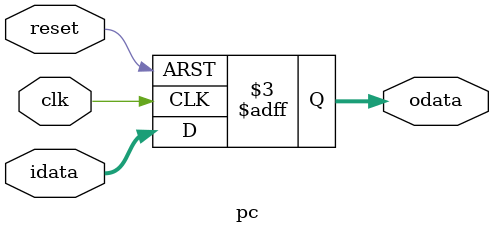
<source format=v>
module pc(
    input clk,
    input reset,
    input[31:0] idata,
    output reg[31:0] odata
    );

    always@(negedge clk or posedge reset)begin
        if(reset==1)begin
             odata<=32'h0040_0000;//数据映射
        end
        else begin
            odata<=idata;
        end
    end

endmodule

</source>
